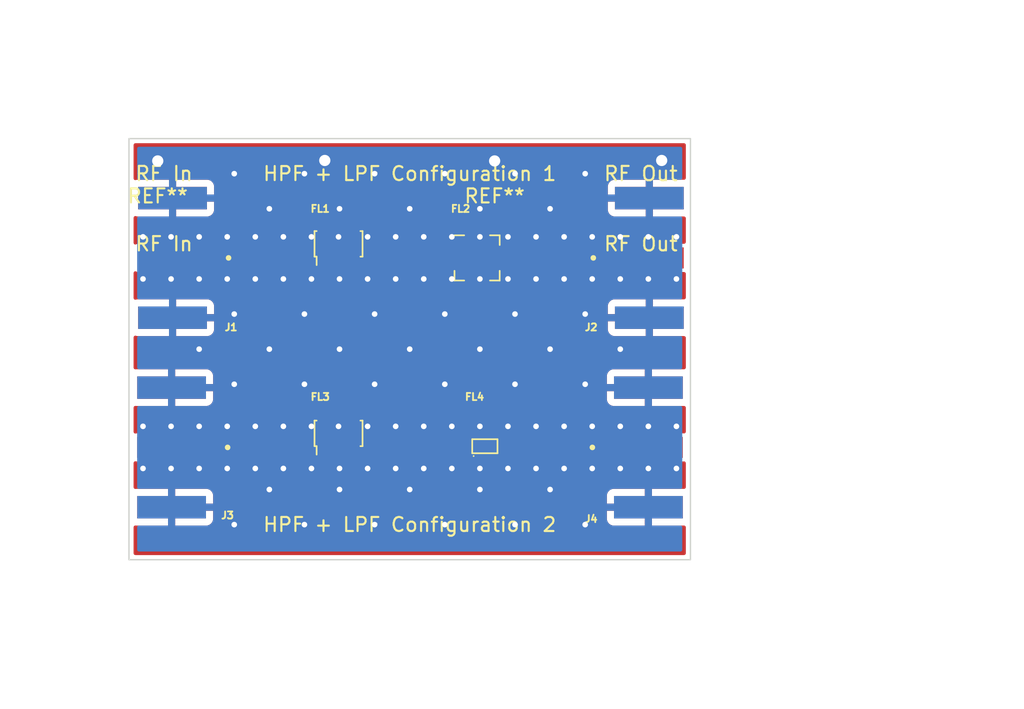
<source format=kicad_pcb>
(kicad_pcb (version 20211014) (generator pcbnew)
  (layers (0 "F.Cu" signal) (31 "B.Cu" signal) (34 "B.Paste" user) (35 "F.Paste" user) (36 "B.SilkS" user "B.Silkscreen") (37 "F.SilkS" user "F.Silkscreen") (38 "B.Mask" user) (39 "F.Mask" user) (44 "Edge.Cuts" user))
  (net 0 "")
  (net 1 "/RF_In1")
  (net 2 "GND")
  (net 3 "/HPF_out1")
  (net 4 "/RF_Out1")
  (net 5 "/RF_In2")
  (net 6 "/HPF_out2")
  (net 7 "/RF_Out2")
  (footprint "GGS_Miscellaneous:Grapa_0.8mm_11.9mm" (layer "F.Cu") (at 122.05 114.591351)
    (fp_text reference "REF**" (at 0 -0.5 unlocked) (layer "F.SilkS"))
    (fp_text value "Grapa_0.8mm_11.9mm")
    (pad "" np_thru_hole circle (at 0 -3) (size 0.8 0.8) (drill 0.8) (layers F&B.Cu *.Mask))
    (pad "" np_thru_hole circle (at 11.9 -3.032701) (size 0.8 0.8) (drill 0.8) (layers F&B.Cu *.Mask))
  )
  (footprint "GGS_RF:JC0603C-1" (layer "F.Cu") (at 144.55301 132.315999)
    (fp_text reference "FL4" (at 0.06699 -3.915999 unlocked) (layer "F.SilkS") (effects (font (size 0.508 0.508) (thickness 0.127))))
    (fp_text value "LFCW-8000+")
    (fp_line (start -0.1 0.1) (end 1.7 0.1) (layer "F.SilkS") (width 0.12))
    (fp_line (start -0.1 -0.9) (end -0.1 0.1) (layer "F.SilkS") (width 0.12))
    (fp_line (start 1.7 -0.9) (end -0.1 -0.9) (layer "F.SilkS") (width 0.12))
    (fp_line (start 1.7 0.1) (end 1.7 -0.9) (layer "F.SilkS") (width 0.12))
    (fp_line (start 0 0.3) (end 0 0.3) (layer "F.SilkS") (width 0.12))
    (pad "1" smd rect (at 0.075 -0.4) (size 0.2 0.35) (layers "F.Cu" "F.Paste" "F.Mask") (net 6 "/HPF_out2"))
    (pad "2" smd rect (at 0.8 -0.075) (size 0.75 0.2) (layers "F.Cu" "F.Paste" "F.Mask") (net 2 "GND"))
    (pad "3" smd rect (at 1.525 -0.4) (size 0.2 0.35) (layers "F.Cu" "F.Paste" "F.Mask") (net 7 "/RF_Out2"))
    (pad "4" smd rect (at 0.8 -0.725) (size 0.75 0.2) (layers "F.Cu" "F.Paste" "F.Mask") (net 2 "GND"))
  )
  (footprint "Filter:Filter_Mini-Circuits_FV1206-1" (layer "F.Cu") (at 134.928333 131 90)
    (fp_text reference "FL3" (at 2.6 -1.304333) (layer "F.SilkS") (effects (font (size 0.508 0.508) (thickness 0.127))))
    (fp_text value "HFCN-5500")
    (fp_line (start 0.91 -1.71) (end -0.91 -1.71) (layer "F.SilkS") (width 0.12))
    (fp_line (start 0.91 1.71) (end -0.91 1.71) (layer "F.SilkS") (width 0.12))
    (fp_line (start -0.91 -1.56) (end -0.91 -1.71) (layer "F.SilkS") (width 0.12))
    (fp_line (start -0.91 -1.56) (end -1.51 -1.56) (layer "F.SilkS") (width 0.12))
    (fp_line (start -0.91 1.71) (end -0.91 1.56) (layer "F.SilkS") (width 0.12))
    (fp_line (start 0.91 1.71) (end 0.91 1.56) (layer "F.SilkS") (width 0.12))
    (fp_line (start 0.91 -1.56) (end 0.91 -1.71) (layer "F.SilkS") (width 0.12))
    (pad "1" smd roundrect (at -1.025 -0.99 90) (size 1.07 0.61) (layers "F.Cu" "F.Paste" "F.Mask") (net 5 "/RF_In2"))
    (pad "2" smd roundrect (at -1.025 0 90) (size 1.07 0.61) (layers "F.Cu" "F.Paste" "F.Mask") (net 2 "GND"))
    (pad "3" smd roundrect (at -1.025 0.99 90) (size 1.07 0.61) (layers "F.Cu" "F.Paste" "F.Mask") (net 6 "/HPF_out2"))
    (pad "4" smd roundrect (at 1.025 0.99 90) (size 1.07 0.61) (layers "F.Cu" "F.Paste" "F.Mask") (net 2 "GND"))
    (pad "5" smd roundrect (at 1.025 0 90) (size 1.07 0.61) (layers "F.Cu" "F.Paste" "F.Mask") (net 2 "GND"))
    (pad "6" smd roundrect (at 1.025 -0.99 90) (size 1.07 0.61) (layers "F.Cu" "F.Paste" "F.Mask") (net 2 "GND"))
  )
  (footprint "Package_DFN_QFN:QFN-12-1EP_3x3mm_P0.51mm_EP1.45x1.45mm" (layer "F.Cu") (at 144.8 118.499998)
    (fp_text reference "FL2" (at -1.18 -3.499998) (layer "F.SilkS") (effects (font (size 0.508 0.508) (thickness 0.127))))
    (fp_text value "XLF-962+")
    (fp_line (start -0.92 -1.61) (end -1.61 -1.61) (layer "F.SilkS") (width 0.12))
    (fp_line (start 1.61 -1.61) (end 1.61 -0.92) (layer "F.SilkS") (width 0.12))
    (fp_line (start 0.92 -1.61) (end 1.61 -1.61) (layer "F.SilkS") (width 0.12))
    (fp_line (start 1.61 1.61) (end 1.61 0.92) (layer "F.SilkS") (width 0.12))
    (fp_line (start 0.92 1.61) (end 1.61 1.61) (layer "F.SilkS") (width 0.12))
    (fp_line (start -0.92 1.61) (end -1.61 1.61) (layer "F.SilkS") (width 0.12))
    (fp_line (start -1.61 1.61) (end -1.61 0.92) (layer "F.SilkS") (width 0.12))
    (pad "1" smd roundrect locked (at -1.4375 -0.51) (size 0.875 0.3) (layers "F.Cu" "F.Paste" "F.Mask") (net 2 "GND"))
    (pad "2" smd roundrect locked (at -1.4375 0) (size 0.875 0.3) (layers "F.Cu" "F.Paste" "F.Mask") (net 3 "/HPF_out1"))
    (pad "3" smd roundrect locked (at -1.4375 0.51) (size 0.875 0.3) (layers "F.Cu" "F.Paste" "F.Mask") (net 2 "GND"))
    (pad "4" smd roundrect locked (at -0.51 1.4375) (size 0.3 0.875) (layers "F.Cu" "F.Paste" "F.Mask") (net 2 "GND"))
    (pad "5" smd roundrect locked (at 0 1.4375) (size 0.3 0.875) (layers "F.Cu" "F.Paste" "F.Mask") (net 2 "GND"))
    (pad "6" smd roundrect locked (at 0.51 1.4375) (size 0.3 0.875) (layers "F.Cu" "F.Paste" "F.Mask") (net 2 "GND"))
    (pad "7" smd roundrect locked (at 1.4375 0.51) (size 0.875 0.3) (layers "F.Cu" "F.Paste" "F.Mask") (net 2 "GND"))
    (pad "8" smd roundrect locked (at 1.4375 0) (size 0.875 0.3) (layers "F.Cu" "F.Paste" "F.Mask") (net 4 "/RF_Out1"))
    (pad "9" smd roundrect locked (at 1.4375 -0.51) (size 0.875 0.3) (layers "F.Cu" "F.Paste" "F.Mask") (net 2 "GND"))
    (pad "10" smd roundrect locked (at 0.51 -1.4375) (size 0.3 0.875) (layers "F.Cu" "F.Paste" "F.Mask") (net 2 "GND"))
    (pad "11" smd roundrect locked (at 0 -1.4375) (size 0.3 0.875) (layers "F.Cu" "F.Paste" "F.Mask") (net 2 "GND"))
    (pad "12" smd roundrect locked (at -0.51 -1.4375) (size 0.3 0.875) (layers "F.Cu" "F.Paste" "F.Mask") (net 2 "GND"))
    (pad "13" smd rect locked (at 0 0) (size 1.45 1.45) (layers "F.Cu" "F.Mask") (net 2 "GND"))
  )
  (footprint "GGS_Connectors:LINX_CONSMA020.062-G" (layer "F.Cu") (at 120.5875 132 -90)
    (fp_text reference "J3" (at 4.842 -6.4325 180) (layer "F.SilkS") (effects (font (size 0.508 0.508) (thickness 0.127))))
    (fp_text value "SMA")
    (fp_circle (center 0 -6.44) (end 0.1 -6.44) (layer "F.SilkS") (width 0.2) (fill none))
    (pad "1" smd rect locked (at 0 -2.8 270) (size 1.5 5.6) (layers "F.Cu" "F.Paste" "F.Mask") (net 5 "/RF_In2"))
    (pad "S1" smd rect locked (at -4.26 -2.45 270) (size 1.6 4.9) (layers "F.Cu" "F.Paste" "F.Mask") (net 2 "GND"))
    (pad "S2" smd rect locked (at 4.26 -2.45 270) (size 1.6 4.9) (layers "F.Cu" "F.Paste" "F.Mask") (net 2 "GND"))
    (pad "S3" smd rect locked (at -4.26 -2.45 270) (size 1.6 4.9) (layers "B.Cu" "B.Paste" "B.Mask") (net 2 "GND"))
    (pad "S4" smd rect locked (at 4.26 -2.45 270) (size 1.6 4.9) (layers "B.Cu" "B.Paste" "B.Mask") (net 2 "GND"))
  )
  (footprint "GGS_Connectors:LINX_CONSMA020.062-G" (layer "F.Cu") (at 159.52 118.5 90)
    (fp_text reference "J2" (at -4.942 -6.592 180) (layer "F.SilkS") (effects (font (size 0.508 0.508) (thickness 0.127))))
    (fp_text value "SMA" hide)
    (fp_circle (center 0 -6.44) (end 0.1 -6.44) (layer "F.SilkS") (width 0.2) (fill none))
    (pad "1" smd rect locked (at 0 -2.8 90) (size 1.5 5.6) (layers "F.Cu" "F.Paste" "F.Mask") (net 4 "/RF_Out1"))
    (pad "S1" smd rect locked (at -4.26 -2.45 90) (size 1.6 4.9) (layers "F.Cu" "F.Paste" "F.Mask") (net 2 "GND"))
    (pad "S2" smd rect locked (at 4.26 -2.45 90) (size 1.6 4.9) (layers "F.Cu" "F.Paste" "F.Mask") (net 2 "GND"))
    (pad "S3" smd rect locked (at -4.26 -2.45 90) (size 1.6 4.9) (layers "B.Cu" "B.Paste" "B.Mask") (net 2 "GND"))
    (pad "S4" smd rect locked (at 4.26 -2.45 90) (size 1.6 4.9) (layers "B.Cu" "B.Paste" "B.Mask") (net 2 "GND"))
  )
  (footprint "GGS_Miscellaneous:Grapa_0.8mm_11.9mm" (layer "F.Cu") (at 146.05 114.591351)
    (fp_text reference "REF**" (at 0 -0.5 unlocked) (layer "F.SilkS"))
    (fp_text value "Grapa_0.8mm_11.9mm")
    (pad "" np_thru_hole circle (at 0 -3) (size 0.8 0.8) (drill 0.8) (layers F&B.Cu *.Mask))
    (pad "" np_thru_hole circle (at 11.9 -3.032701) (size 0.8 0.8) (drill 0.8) (layers F&B.Cu *.Mask))
  )
  (footprint "GGS_Connectors:LINX_CONSMA020.062-G" (layer "F.Cu") (at 159.4525 132 90)
    (fp_text reference "J4" (at -5.096 -6.5245 180) (layer "F.SilkS") (effects (font (size 0.508 0.508) (thickness 0.127))))
    (fp_text value "SMA")
    (fp_circle (center 0 -6.44) (end 0.1 -6.44) (layer "F.SilkS") (width 0.2) (fill none))
    (pad "1" smd rect locked (at 0 -2.8 90) (size 1.5 5.6) (layers "F.Cu" "F.Paste" "F.Mask") (net 7 "/RF_Out2"))
    (pad "S1" smd rect locked (at -4.26 -2.45 90) (size 1.6 4.9) (layers "F.Cu" "F.Paste" "F.Mask") (net 2 "GND"))
    (pad "S2" smd rect locked (at 4.26 -2.45 90) (size 1.6 4.9) (layers "F.Cu" "F.Paste" "F.Mask") (net 2 "GND"))
    (pad "S3" smd rect locked (at -4.26 -2.45 90) (size 1.6 4.9) (layers "B.Cu" "B.Paste" "B.Mask") (net 2 "GND"))
    (pad "S4" smd rect locked (at 4.26 -2.45 90) (size 1.6 4.9) (layers "B.Cu" "B.Paste" "B.Mask") (net 2 "GND"))
  )
  (footprint "Filter:Filter_Mini-Circuits_FV1206-1" (layer "F.Cu") (at 134.928333 117.500001 90)
    (fp_text reference "FL1" (at 2.500001 -1.308333 180) (layer "F.SilkS") (effects (font (size 0.508 0.508) (thickness 0.127))))
    (fp_text value "HFCN-5500")
    (fp_line (start 0.91 -1.71) (end -0.91 -1.71) (layer "F.SilkS") (width 0.12))
    (fp_line (start 0.91 -1.56) (end 0.91 -1.71) (layer "F.SilkS") (width 0.12))
    (fp_line (start -0.91 -1.56) (end -1.51 -1.56) (layer "F.SilkS") (width 0.12))
    (fp_line (start -0.91 -1.56) (end -0.91 -1.71) (layer "F.SilkS") (width 0.12))
    (fp_line (start 0.91 1.71) (end -0.91 1.71) (layer "F.SilkS") (width 0.12))
    (fp_line (start -0.91 1.71) (end -0.91 1.56) (layer "F.SilkS") (width 0.12))
    (fp_line (start 0.91 1.71) (end 0.91 1.56) (layer "F.SilkS") (width 0.12))
    (pad "1" smd roundrect locked (at -1.025 -0.99 90) (size 1.07 0.61) (layers "F.Cu" "F.Paste" "F.Mask") (net 1 "/RF_In1"))
    (pad "2" smd roundrect locked (at -1.025 0 90) (size 1.07 0.61) (layers "F.Cu" "F.Paste" "F.Mask") (net 2 "GND"))
    (pad "3" smd roundrect locked (at -1.025 0.99 90) (size 1.07 0.61) (layers "F.Cu" "F.Paste" "F.Mask") (net 3 "/HPF_out1"))
    (pad "4" smd roundrect locked (at 1.025 0.99 90) (size 1.07 0.61) (layers "F.Cu" "F.Paste" "F.Mask") (net 2 "GND"))
    (pad "5" smd roundrect locked (at 1.025 0 90) (size 1.07 0.61) (layers "F.Cu" "F.Paste" "F.Mask") (net 2 "GND"))
    (pad "6" smd roundrect locked (at 1.025 -0.99 90) (size 1.07 0.61) (layers "F.Cu" "F.Paste" "F.Mask") (net 2 "GND"))
  )
  (footprint "GGS_Connectors:LINX_CONSMA020.062-G" (layer "F.Cu") (at 120.655 118.5 -90)
    (fp_text reference "J1" (at 4.942 -6.619) (layer "F.SilkS") (effects (font (size 0.508 0.508) (thickness 0.127))))
    (fp_text value "SMA" hide)
    (fp_circle (center 0 -6.44) (end 0.1 -6.44) (layer "F.SilkS") (width 0.2) (fill none))
    (pad "1" smd rect locked (at 0 -2.8 270) (size 1.5 5.6) (layers "F.Cu" "F.Paste" "F.Mask") (net 1 "/RF_In1"))
    (pad "S1" smd rect locked (at -4.26 -2.45 270) (size 1.6 4.9) (layers "F.Cu" "F.Paste" "F.Mask") (net 2 "GND"))
    (pad "S2" smd rect locked (at 4.26 -2.45 270) (size 1.6 4.9) (layers "F.Cu" "F.Paste" "F.Mask") (net 2 "GND"))
    (pad "S3" smd rect locked (at -4.26 -2.45 270) (size 1.6 4.9) (layers "B.Cu" "B.Paste" "B.Mask") (net 2 "GND"))
    (pad "S4" smd rect locked (at 4.26 -2.45 270) (size 1.6 4.9) (layers "B.Cu" "B.Paste" "B.Mask") (net 2 "GND"))
  )
  (gr_rect (start 120 110) (end 160 140) (layer "Edge.Cuts") (width 0.1) (fill none))
  (gr_text "HPF + LPF Configuration 2" (at 140 137.5) (layer "F.SilkS") (effects (font (size 1 1))))
  (gr_text "RF In" (at 122.5 112.5) (layer "F.SilkS") (effects (font (size 1.016 1.016) (thickness 0.1524))))
  (gr_text "HPF + LPF Configuration 1" (at 140 112.5) (layer "F.SilkS") (effects (font (size 1 1))))
  (gr_text "RF Out" (at 156.464 117.5) (layer "F.SilkS") (effects (font (size 1.016 1.016) (thickness 0.1524))))
  (gr_text "RF In" (at 122.5 117.5) (layer "F.SilkS") (effects (font (size 1.016 1.016) (thickness 0.1524))))
  (gr_text "RF Out" (at 156.464 112.5) (layer "F.SilkS") (effects (font (size 1.016 1.016) (thickness 0.1524))))
  (segment (start 123.455 118.5) (end 133.298 118.5) (width 1.58242) (layer "F.Cu") (net 1))
  (segment (start 145.35301 131.590999) (end 145.35301 130.53701) (width 0.4) (layer "F.Cu") (net 2))
  (segment (start 145.35301 131.590999) (end 145.35301 132.98699) (width 0.4) (layer "F.Cu") (net 2))
  (via (at 145 125) (size 0.8) (drill 0.4) (layers "F.Cu" "B.Cu") (net 2))
  (via (at 130 125) (size 0.8) (drill 0.4) (layers "F.Cu" "B.Cu") (net 2))
  (via (at 155 125) (size 0.8) (drill 0.4) (layers "F.Cu" "B.Cu") (net 2))
  (via (at 147.5 127.5) (size 0.8) (drill 0.4) (layers "F.Cu" "B.Cu") (net 2))
  (via (at 152.5 127.5) (size 0.8) (drill 0.4) (layers "F.Cu" "B.Cu") (net 2))
  (via (at 142.5 112.5) (size 0.8) (drill 0.4) (layers "F.Cu" "B.Cu") (net 2))
  (via (at 147.5 112.5) (size 0.8) (drill 0.4) (layers "F.Cu" "B.Cu") (net 2))
  (via (at 157 120) (size 0.8) (drill 0.4) (layers "F.Cu" "B.Cu") (net 2))
  (via (at 145 117) (size 0.8) (drill 0.4) (layers "F.Cu" "B.Cu") (net 2))
  (via (at 135 135) (size 0.8) (drill 0.4) (layers "F.Cu" "B.Cu") (net 2))
  (via (at 151 133.5) (size 0.8) (drill 0.4) (layers "F.Cu" "B.Cu") (net 2))
  (via (at 132.5 122.5) (size 0.8) (drill 0.4) (layers "F.Cu" "B.Cu") (net 2))
  (via (at 140 125) (size 0.8) (drill 0.4) (layers "F.Cu" "B.Cu") (net 2))
  (via (at 152.5 137.5) (size 0.8) (drill 0.4) (layers "F.Cu" "B.Cu") (net 2))
  (via (at 135 125) (size 0.8) (drill 0.4) (layers "F.Cu" "B.Cu") (net 2))
  (via (at 127.5 137.5) (size 0.8) (drill 0.4) (layers "F.Cu" "B.Cu") (net 2))
  (via (at 129 130.5) (size 0.8) (drill 0.4) (layers "F.Cu" "B.Cu") (net 2))
  (via (at 147 130.5) (size 0.8) (drill 0.4) (layers "F.Cu" "B.Cu") (net 2))
  (via (at 135 120) (size 0.8) (drill 0.4) (layers "F.Cu" "B.Cu") (net 2))
  (via (at 127 120) (size 0.8) (drill 0.4) (layers "F.Cu" "B.Cu") (net 2))
  (via (at 133 117) (size 0.8) (drill 0.4) (layers "F.Cu" "B.Cu") (net 2))
  (via (at 143 133.5) (size 0.8) (drill 0.4) (layers "F.Cu" "B.Cu") (net 2))
  (via (at 145 130.5) (size 0.8) (drill 0.4) (layers "F.Cu" "B.Cu") (net 2))
  (via (at 149 133.5) (size 0.8) (drill 0.4) (layers "F.Cu" "B.Cu") (net 2))
  (via (at 133 133.5) (size 0.8) (drill 0.4) (layers "F.Cu" "B.Cu") (net 2))
  (via (at 151 120) (size 0.8) (drill 0.4) (layers "F.Cu" "B.Cu") (net 2))
  (via (at 155 120) (size 0.8) (drill 0.4) (layers "F.Cu" "B.Cu") (net 2))
  (via (at 143 120) (size 0.8) (drill 0.4) (layers "F.Cu" "B.Cu") (net 2))
  (via (at 159 117) (size 0.8) (drill 0.4) (layers "F.Cu" "B.Cu") (net 2))
  (via (at 131 130.5) (size 0.8) (drill 0.4) (layers "F.Cu" "B.Cu") (net 2))
  (via (at 149 120) (size 0.8) (drill 0.4) (layers "F.Cu" "B.Cu") (net 2))
  (via (at 132.5 127.5) (size 0.8) (drill 0.4) (layers "F.Cu" "B.Cu") (net 2))
  (via (at 143 117) (size 0.8) (drill 0.4) (layers "F.Cu" "B.Cu") (net 2))
  (via (at 142.5 137.5) (size 0.8) (drill 0.4) (layers "F.Cu" "B.Cu") (net 2))
  (via (at 135 133.5) (size 0.8) (drill 0.4) (layers "F.Cu" "B.Cu") (net 2))
  (via (at 141 130.5) (size 0.8) (drill 0.4) (layers "F.Cu" "B.Cu") (net 2))
  (via (at 149 130.5) (size 0.8) (drill 0.4) (layers "F.Cu" "B.Cu") (net 2))
  (via (at 147.5 122.5) (size 0.8) (drill 0.4) (layers "F.Cu" "B.Cu") (net 2))
  (via (at 147.5 137.5) (size 0.8) (drill 0.4) (layers "F.Cu" "B.Cu") (net 2))
  (via (at 159 120) (size 0.8) (drill 0.4) (layers "F.Cu" "B.Cu") (net 2))
  (via (at 127 133.5) (size 0.8) (drill 0.4) (layers "F.Cu" "B.Cu") (net 2))
  (via (at 145 115) (size 0.8) (drill 0.4) (layers "F.Cu" "B.Cu") (net 2))
  (via (at 152.5 122.5) (size 0.8) (drill 0.4) (layers "F.Cu" "B.Cu") (net 2))
  (via (at 125 117) (size 0.8) (drill 0.4) (layers "F.Cu" "B.Cu") (net 2))
  (via (at 141 120) (size 0.8) (drill 0.4) (layers "F.Cu" "B.Cu") (net 2))
  (via (at 147 120) (size 0.8) (drill 0.4) (layers "F.Cu" "B.Cu") (net 2))
  (via (at 133 120) (size 0.8) (drill 0.4) (layers "F.Cu" "B.Cu") (net 2))
  (via (at 141 133.5) (size 0.8) (drill 0.4) (layers "F.Cu" "B.Cu") (net 2))
  (via (at 133 130.5) (size 0.8) (drill 0.4) (layers "F.Cu" "B.Cu") (net 2))
  (via (at 157 133.5) (size 0.8) (drill 0.4) (layers "F.Cu" "B.Cu") (net 2))
  (via (at 132.5 112.5) (size 0.8) (drill 0.4) (layers "F.Cu" "B.Cu") (net 2))
  (via (at 129 120) (size 0.8) (drill 0.4) (layers "F.Cu" "B.Cu") (net 2))
  (via (at 130 135) (size 0.8) (drill 0.4) (layers "F.Cu" "B.Cu") (net 2))
  (via (at 155 130.5) (size 0.8) (drill 0.4) (layers "F.Cu" "B.Cu") (net 2))
  (via (at 159 133.5) (size 0.8) (drill 0.4) (layers "F.Cu" "B.Cu") (net 2))
  (via (at 125 133.5) (size 0.8) (drill 0.4) (layers "F.Cu" "B.Cu") (net 2))
  (via (at 127.5 112.5) (size 0.8) (drill 0.4) (layers "F.Cu" "B.Cu") (net 2))
  (via (at 123 117) (size 0.8) (drill 0.4) (layers "F.Cu" "B.Cu") (net 2))
  (via (at 143 130.5) (size 0.8) (drill 0.4) (layers "F.Cu" "B.Cu") (net 2))
  (via (at 137 130.5) (size 0.8) (drill 0.4) (layers "F.Cu" "B.Cu") (net 2))
  (via (at 123 133.5) (size 0.8) (drill 0.4) (layers "F.Cu" "B.Cu") (net 2))
  (via (at 142.5 127.5) (size 0.8) (drill 0.4) (layers "F.Cu" "B.Cu") (net 2))
  (via (at 137 117) (size 0.8) (drill 0.4) (layers "F.Cu" "B.Cu") (net 2))
  (via (at 137.5 112.5) (size 0.8) (drill 0.4) (layers "F.Cu" "B.Cu") (net 2))
  (via (at 129 117) (size 0.8) (drill 0.4) (layers "F.Cu" "B.Cu") (net 2))
  (via (at 131 117) (size 0.8) (drill 0.4) (layers "F.Cu" "B.Cu") (net 2))
  (via (at 157 130.5) (size 0.8) (drill 0.4) (layers "F.Cu" "B.Cu") (net 2))
  (via (at 153 130.5) (size 0.8) (drill 0.4) (layers "F.Cu" "B.Cu") (net 2))
  (via (at 130 115) (size 0.8) (drill 0.4) (layers "F.Cu" "B.Cu") (net 2))
  (via (at 151 117) (size 0.8) (drill 0.4) (layers "F.Cu" "B.Cu") (net 2))
  (via (at 139 117) (size 0.8) (drill 0.4) (layers "F.Cu" "B.Cu") (net 2))
  (via (at 145 120) (size 0.8) (drill 0.4) (layers "F.Cu" "B.Cu") (net 2))
  (via (at 139 120) (size 0.8) (drill 0.4) (layers "F.Cu" "B.Cu") (net 2))
  (via (at 135 115) (size 0.8) (drill 0.4) (layers "F.Cu" "B.Cu") (net 2))
  (via (at 137 133.5) (size 0.8) (drill 0.4) (layers "F.Cu" "B.Cu") (net 2))
  (via (at 134.928333 130.5) (size 0.8) (drill 0.4) (layers "F.Cu" "B.Cu") (net 2))
  (via (at 141 117) (size 0.8) (drill 0.4) (layers "F.Cu" "B.Cu") (net 2))
  (via (at 137 120) (size 0.8) (drill 0.4) (layers "F.Cu" "B.Cu") (net 2))
  (via (at 125 120) (size 0.8) (drill 0.4) (layers "F.Cu" "B.Cu") (net 2))
  (via (at 151 130.5) (size 0.8) (drill 0.4) (layers "F.Cu" "B.Cu") (net 2))
  (via (at 152.5 112.5) (size 0.8) (drill 0.4) (layers "F.Cu" "B.Cu") (net 2))
  (via (at 131 133.5) (size 0.8) (drill 0.4) (layers "F.Cu" "B.Cu") (net 2))
  (via (at 127.5 122.5) (size 0.8) (drill 0.4) (layers "F.Cu" "B.Cu") (net 2))
  (via (at 123 120) (size 0.8) (drill 0.4) (layers "F.Cu" "B.Cu") (net 2))
  (via (at 150 115) (size 0.8) (drill 0.4) (layers "F.Cu" "B.Cu") (net 2))
  (via (at 155 117) (size 0.8) (drill 0.4) (layers "F.Cu" "B.Cu") (net 2))
  (via (at 153 120) (size 0.8) (drill 0.4) (layers "F.Cu" "B.Cu") (net 2))
  (via (at 157 117) (size 0.8) (drill 0.4) (layers "F.Cu" "B.Cu") (net 2))
  (via (at 147 133.5) (size 0.8) (drill 0.4) (layers "F.Cu" "B.Cu") (net 2))
  (via (at 153 117) (size 0.8) (drill 0.4) (layers "F.Cu" "B.Cu") (net 2))
  (via (at 131 120) (size 0.8) (drill 0.4) (layers "F.Cu" "B.Cu") (net 2))
  (via (at 127.5 127.5) (size 0.8) (drill 0.4) (layers "F.Cu" "B.Cu") (net 2))
  (via (at 121 117) (size 0.8) (drill 0.4) (layers "F.Cu" "B.Cu") (net 2))
  (via (at 142.5 122.5) (size 0.8) (drill 0.4) (layers "F.Cu" "B.Cu") (net 2))
  (via (at 125 130.5) (size 0.8) (drill 0.4) (layers "F.Cu" "B.Cu") (net 2))
  (via (at 140 115) (size 0.8) (drill 0.4) (layers "F.Cu" "B.Cu") (net 2))
  (via (at 150 135) (size 0.8) (drill 0.4) (layers "F.Cu" "B.Cu") (net 2))
  (via (at 153 133.5) (size 0.8) (drill 0.4) (layers "F.Cu" "B.Cu") (net 2))
  (via (at 137.5 137.5) (size 0.8) (drill 0.4) (layers "F.Cu" "B.Cu") (net 2))
  (via (at 145 135) (size 0.8) (drill 0.4) (layers "F.Cu" "B.Cu") (net 2))
  (via (at 121 120) (size 0.8) (drill 0.4) (layers "F.Cu" "B.Cu") (net 2))
  (via (at 134.928333 117) (size 0.8) (drill 0.4) (layers "F.Cu" "B.Cu") (net 2))
  (via (at 125 125) (size 0.8) (drill 0.4) (layers "F.Cu" "B.Cu") (net 2))
  (via (at 123 130.5) (size 0.8) (drill 0.4) (layers "F.Cu" "B.Cu") (net 2))
  (via (at 121 130.5) (size 0.8) (drill 0.4) (layers "F.Cu" "B.Cu") (net 2))
  (via (at 121 133.5) (size 0.8) (drill 0.4) (layers "F.Cu" "B.Cu") (net 2))
  (via (at 159 130.5) (size 0.8) (drill 0.4) (layers "F.Cu" "B.Cu") (net 2))
  (via (at 129 133.5) (size 0.8) (drill 0.4) (layers "F.Cu" "B.Cu") (net 2))
  (via (at 149 117) (size 0.8) (drill 0.4) (layers "F.Cu" "B.Cu") (net 2))
  (via (at 147 117) (size 0.8) (drill 0.4) (layers "F.Cu" "B.Cu") (net 2))
  (via (at 150 125) (size 0.8) (drill 0.4) (layers "F.Cu" "B.Cu") (net 2))
  (via (at 127 130.5) (size 0.8) (drill 0.4) (layers "F.Cu" "B.Cu") (net 2))
  (via (at 139 130.5) (size 0.8) (drill 0.4) (layers "F.Cu" "B.Cu") (net 2))
  (via (at 137.5 122.5) (size 0.8) (drill 0.4) (layers "F.Cu" "B.Cu") (net 2))
  (via (at 132.5 137.5) (size 0.8) (drill 0.4) (layers "F.Cu" "B.Cu") (net 2))
  (via (at 155 133.5) (size 0.8) (drill 0.4) (layers "F.Cu" "B.Cu") (net 2))
  (via (at 137.5 127.5) (size 0.8) (drill 0.4) (layers "F.Cu" "B.Cu") (net 2))
  (via (at 145 133.5) (size 0.8) (drill 0.4) (layers "F.Cu" "B.Cu") (net 2))
  (via (at 127 117) (size 0.8) (drill 0.4) (layers "F.Cu" "B.Cu") (net 2))
  (via (at 139 133.5) (size 0.8) (drill 0.4) (layers "F.Cu" "B.Cu") (net 2))
  (via (at 140 135) (size 0.8) (drill 0.4) (layers "F.Cu" "B.Cu") (net 2))
  (segment (start 136.764 118.525001) (end 142.149749 118.525001) (width 1.58242) (layer "F.Cu") (net 3))
  (segment (start 143.3625 118.499998) (end 142.770002 118.499998) (width 0.254) (layer "F.Cu") (net 3))
  (segment (start 135.918333 118.525001) (end 136.764 118.525001) (width 0.254) (layer "F.Cu") (net 3))
  (segment (start 147.432 118.5) (end 147.431998 118.499998) (width 0.254) (layer "F.Cu") (net 4))
  (segment (start 156.72 118.5) (end 147.432 118.5) (width 1.58242) (layer "F.Cu") (net 4))
  (segment (start 147.431998 118.499998) (end 146.2375 118.499998) (width 0.254) (layer "F.Cu") (net 4))
  (segment (start 123.3875 132) (end 133.578603 132) (width 1.58242) (layer "F.Cu") (net 5))
  (segment (start 133.608 132) (end 133.624 132.016) (width 0.84074) (layer "F.Cu") (net 5))
  (segment (start 136.764 132.126) (end 143.876 132.126) (width 1.58242) (layer "F.Cu") (net 6))
  (segment (start 135.918333 132.025) (end 136.663 132.025) (width 0.254) (layer "F.Cu") (net 6))
  (segment (start 144.62801 131.915999) (end 144.173999 131.915999) (width 0.254) (layer "F.Cu") (net 6))
  (segment (start 156.6525 132) (end 146.67 132) (width 1.58242) (layer "F.Cu") (net 7))
  (zone (net 2) (net_name "GND") (layer "F.Cu") (connect_pads (clearance 0.254)) (min_thickness 0.254) (fill yes (thermal_gap 0.508) (thermal_bridge_width 0.508))
    (polygon (pts (xy 160 140) (xy 120 140) (xy 120 110) (xy 160 110)))
  )
  (zone (net 2) (net_name "GND") (layer "B.Cu") (connect_pads (clearance 0.508)) (min_thickness 0.254) (fill yes (thermal_gap 0.508) (thermal_bridge_width 0.508))
    (polygon (pts (xy 160 140) (xy 120 140) (xy 120 110) (xy 160 110)))
  )
)
</source>
